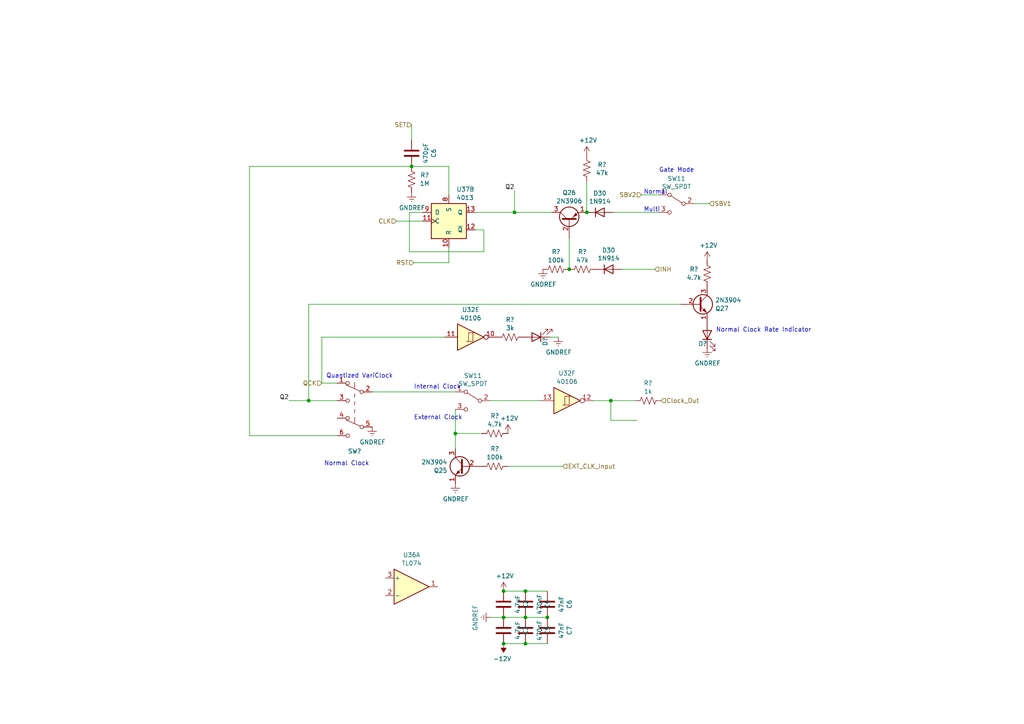
<source format=kicad_sch>
(kicad_sch (version 20230121) (generator eeschema)
  (paper "A4")
  (lib_symbols
    (symbol "4xxx:40106" (pin_names (offset 1.016))
      (property "Reference" "U" (at 0 1.27 0))
      (property "Value" "40106" (at 0 -1.27 0))
      (symbol "40106_1_0"
        (polyline (pts (xy -0.635 -1.27) (xy -0.635 1.27) (xy 0.635 1.27)))
        (polyline (pts (xy -3.81 3.81) (xy -3.81 -3.81) (xy 3.81 0) (xy -3.81 3.81)) (stroke (width 0.254)) (fill (type background)))
        (polyline (pts (xy -1.27 -1.27) (xy 0.635 -1.27) (xy 0.635 1.27) (xy 1.27 1.27)))
        (pin input line (at -7.62 0 0) (length 3.81) (name "~") (number "1"))
        (pin output inverted (at 7.62 0 180) (length 3.81) (name "~") (number "2"))
      )
      (symbol "40106_2_0"
        (polyline (pts (xy -0.635 -1.27) (xy -0.635 1.27) (xy 0.635 1.27)))
        (polyline (pts (xy -3.81 3.81) (xy -3.81 -3.81) (xy 3.81 0) (xy -3.81 3.81)) (stroke (width 0.254)) (fill (type background)))
        (polyline (pts (xy -1.27 -1.27) (xy 0.635 -1.27) (xy 0.635 1.27) (xy 1.27 1.27)))
        (pin input line (at -7.62 0 0) (length 3.81) (name "~") (number "3"))
        (pin output inverted (at 7.62 0 180) (length 3.81) (name "~") (number "4"))
      )
      (symbol "40106_3_0"
        (polyline (pts (xy -0.635 -1.27) (xy -0.635 1.27) (xy 0.635 1.27)))
        (polyline (pts (xy -3.81 3.81) (xy -3.81 -3.81) (xy 3.81 0) (xy -3.81 3.81)) (stroke (width 0.254)) (fill (type background)))
        (polyline (pts (xy -1.27 -1.27) (xy 0.635 -1.27) (xy 0.635 1.27) (xy 1.27 1.27)))
        (pin input line (at -7.62 0 0) (length 3.81) (name "~") (number "5"))
        (pin output inverted (at 7.62 0 180) (length 3.81) (name "~") (number "6"))
      )
      (symbol "40106_4_0"
        (polyline (pts (xy -0.635 -1.27) (xy -0.635 1.27) (xy 0.635 1.27)))
        (polyline (pts (xy -3.81 3.81) (xy -3.81 -3.81) (xy 3.81 0) (xy -3.81 3.81)) (stroke (width 0.254)) (fill (type background)))
        (polyline (pts (xy -1.27 -1.27) (xy 0.635 -1.27) (xy 0.635 1.27) (xy 1.27 1.27)))
        (pin output inverted (at 7.62 0 180) (length 3.81) (name "~") (number "8"))
        (pin input line (at -7.62 0 0) (length 3.81) (name "~") (number "9"))
      )
      (symbol "40106_5_0"
        (polyline (pts (xy -0.635 -1.27) (xy -0.635 1.27) (xy 0.635 1.27)))
        (polyline (pts (xy -3.81 3.81) (xy -3.81 -3.81) (xy 3.81 0) (xy -3.81 3.81)) (stroke (width 0.254)) (fill (type background)))
        (polyline (pts (xy -1.27 -1.27) (xy 0.635 -1.27) (xy 0.635 1.27) (xy 1.27 1.27)))
        (pin output inverted (at 7.62 0 180) (length 3.81) (name "~") (number "10"))
        (pin input line (at -7.62 0 0) (length 3.81) (name "~") (number "11"))
      )
      (symbol "40106_6_0"
        (polyline (pts (xy -0.635 -1.27) (xy -0.635 1.27) (xy 0.635 1.27)))
        (polyline (pts (xy -3.81 3.81) (xy -3.81 -3.81) (xy 3.81 0) (xy -3.81 3.81)) (stroke (width 0.254)) (fill (type background)))
        (polyline (pts (xy -1.27 -1.27) (xy 0.635 -1.27) (xy 0.635 1.27) (xy 1.27 1.27)))
        (pin output inverted (at 7.62 0 180) (length 3.81) (name "~") (number "12"))
        (pin input line (at -7.62 0 0) (length 3.81) (name "~") (number "13"))
      )
      (symbol "40106_7_0"
        (pin power_in line (at 0 12.7 270) (length 5.08) (name "VDD") (number "14"))
        (pin power_in line (at 0 -12.7 90) (length 5.08) (name "VSS") (number "7"))
      )
      (symbol "40106_7_1"
        (rectangle (start -5.08 7.62) (end 5.08 -7.62) (stroke (width 0.254)) (fill (type background)))
      )
    )
    (symbol "4xxx:4013" (pin_names (offset 1.016))
      (property "Reference" "U" (at -7.62 8.89 0))
      (property "Value" "4013" (at -7.62 -8.89 0))
      (symbol "4013_1_1"
        (rectangle (start -5.08 5.08) (end 5.08 -5.08) (stroke (width 0.254)) (fill (type background)))
        (pin output line (at 7.62 2.54 180) (length 2.54) (name "Q") (number "1"))
        (pin output line (at 7.62 -2.54 180) (length 2.54) (name "~{Q}") (number "2"))
        (pin input clock (at -7.62 0 0) (length 2.54) (name "C") (number "3"))
        (pin input line (at 0 -7.62 90) (length 2.54) (name "R") (number "4"))
        (pin input line (at -7.62 2.54 0) (length 2.54) (name "D") (number "5"))
        (pin input line (at 0 7.62 270) (length 2.54) (name "S") (number "6"))
      )
      (symbol "4013_2_1"
        (rectangle (start -5.08 5.08) (end 5.08 -5.08) (stroke (width 0.254)) (fill (type background)))
        (pin input line (at 0 -7.62 90) (length 2.54) (name "R") (number "10"))
        (pin input clock (at -7.62 0 0) (length 2.54) (name "C") (number "11"))
        (pin output line (at 7.62 -2.54 180) (length 2.54) (name "~{Q}") (number "12"))
        (pin output line (at 7.62 2.54 180) (length 2.54) (name "Q") (number "13"))
        (pin input line (at 0 7.62 270) (length 2.54) (name "S") (number "8"))
        (pin input line (at -7.62 2.54 0) (length 2.54) (name "D") (number "9"))
      )
      (symbol "4013_3_0"
        (pin power_in line (at 0 10.16 270) (length 2.54) (name "VDD") (number "14"))
        (pin power_in line (at 0 -10.16 90) (length 2.54) (name "VSS") (number "7"))
      )
      (symbol "4013_3_1"
        (rectangle (start -5.08 7.62) (end 5.08 -7.62) (stroke (width 0.254)) (fill (type background)))
      )
    )
    (symbol "Amplifier_Operational:TL074" (pin_names (offset 0.127))
      (property "Reference" "U" (at 0 5.08 0))
      (property "Value" "TL074" (at 0 -5.08 0))
      (symbol "TL074_1_1"
        (polyline (pts (xy -5.08 5.08) (xy 5.08 0) (xy -5.08 -5.08) (xy -5.08 5.08)) (stroke (width 0.254)) (fill (type background)))
        (pin output line (at 7.62 0 180) (length 2.54) (name "~") (number "1"))
        (pin input line (at -7.62 -2.54 0) (length 2.54) (name "-") (number "2"))
        (pin input line (at -7.62 2.54 0) (length 2.54) (name "+") (number "3"))
      )
      (symbol "TL074_2_1"
        (polyline (pts (xy -5.08 5.08) (xy 5.08 0) (xy -5.08 -5.08) (xy -5.08 5.08)) (stroke (width 0.254)) (fill (type background)))
        (pin input line (at -7.62 2.54 0) (length 2.54) (name "+") (number "5"))
        (pin input line (at -7.62 -2.54 0) (length 2.54) (name "-") (number "6"))
        (pin output line (at 7.62 0 180) (length 2.54) (name "~") (number "7"))
      )
      (symbol "TL074_3_1"
        (polyline (pts (xy -5.08 5.08) (xy 5.08 0) (xy -5.08 -5.08) (xy -5.08 5.08)) (stroke (width 0.254)) (fill (type background)))
        (pin input line (at -7.62 2.54 0) (length 2.54) (name "+") (number "10"))
        (pin output line (at 7.62 0 180) (length 2.54) (name "~") (number "8"))
        (pin input line (at -7.62 -2.54 0) (length 2.54) (name "-") (number "9"))
      )
      (symbol "TL074_4_1"
        (polyline (pts (xy -5.08 5.08) (xy 5.08 0) (xy -5.08 -5.08) (xy -5.08 5.08)) (stroke (width 0.254)) (fill (type background)))
        (pin input line (at -7.62 2.54 0) (length 2.54) (name "+") (number "12"))
        (pin input line (at -7.62 -2.54 0) (length 2.54) (name "-") (number "13"))
        (pin output line (at 7.62 0 180) (length 2.54) (name "~") (number "14"))
      )
      (symbol "TL074_5_1"
        (pin power_in line (at -2.54 -7.62 90) (length 3.81) (name "V-") (number "11"))
        (pin power_in line (at -2.54 7.62 270) (length 3.81) (name "V+") (number "4"))
      )
    )
    (symbol "Device:C" (pin_numbers hide) (pin_names (offset 0.254))
      (property "Reference" "C" (at 0.635 2.54 0))
      (property "Value" "C" (at 0.635 -2.54 0))
      (symbol "C_0_1"
        (polyline (pts (xy -2.032 -0.762) (xy 2.032 -0.762)) (stroke (width 0.508)))
        (polyline (pts (xy -2.032 0.762) (xy 2.032 0.762)) (stroke (width 0.508)))
      )
      (symbol "C_1_1"
        (pin passive line (at 0 3.81 270) (length 2.794) (name "~") (number "1"))
        (pin passive line (at 0 -3.81 90) (length 2.794) (name "~") (number "2"))
      )
    )
    (symbol "Device:LED" (pin_numbers hide) (pin_names (offset 1.016) hide)
      (property "Reference" "D" (at 0 2.54 0))
      (property "Value" "LED" (at 0 -2.54 0))
      (symbol "LED_0_1"
        (polyline (pts (xy -1.27 -1.27) (xy -1.27 1.27)) (stroke (width 0.254)))
        (polyline (pts (xy -1.27 0) (xy 1.27 0)))
        (polyline (pts (xy 1.27 -1.27) (xy 1.27 1.27) (xy -1.27 0) (xy 1.27 -1.27)) (stroke (width 0.254)))
        (polyline (pts (xy -3.048 -0.762) (xy -4.572 -2.286) (xy -3.81 -2.286) (xy -4.572 -2.286) (xy -4.572 -1.524)))
        (polyline (pts (xy -1.778 -0.762) (xy -3.302 -2.286) (xy -2.54 -2.286) (xy -3.302 -2.286) (xy -3.302 -1.524)))
      )
      (symbol "LED_1_1"
        (pin passive line (at -3.81 0 0) (length 2.54) (name "K") (number "1"))
        (pin passive line (at 3.81 0 180) (length 2.54) (name "A") (number "2"))
      )
    )
    (symbol "Device:R_US" (pin_numbers hide) (pin_names (offset 0))
      (property "Reference" "R" (at 2.54 0 90))
      (property "Value" "R_US" (at -2.54 0 90))
      (symbol "R_US_0_1"
        (polyline (pts (xy 0 -2.286) (xy 0 -2.54)))
        (polyline (pts (xy 0 2.286) (xy 0 2.54)))
        (polyline (pts (xy 0 -0.762) (xy 1.016 -1.143) (xy 0 -1.524) (xy -1.016 -1.905) (xy 0 -2.286)))
        (polyline (pts (xy 0 0.762) (xy 1.016 0.381) (xy 0 0) (xy -1.016 -0.381) (xy 0 -0.762)))
        (polyline (pts (xy 0 2.286) (xy 1.016 1.905) (xy 0 1.524) (xy -1.016 1.143) (xy 0 0.762)))
      )
      (symbol "R_US_1_1"
        (pin passive line (at 0 3.81 270) (length 1.27) (name "~") (number "1"))
        (pin passive line (at 0 -3.81 90) (length 1.27) (name "~") (number "2"))
      )
    )
    (symbol "Diode:1N914" (pin_numbers hide) (pin_names hide)
      (property "Reference" "D" (at 0 2.54 0))
      (property "Value" "1N914" (at 0 -2.54 0))
      (symbol "1N914_0_1"
        (polyline (pts (xy -1.27 1.27) (xy -1.27 -1.27)) (stroke (width 0.254)))
        (polyline (pts (xy 1.27 0) (xy -1.27 0)))
        (polyline (pts (xy 1.27 1.27) (xy 1.27 -1.27) (xy -1.27 0) (xy 1.27 1.27)) (stroke (width 0.254)))
      )
      (symbol "1N914_1_1"
        (pin passive line (at -3.81 0 0) (length 2.54) (name "K") (number "1"))
        (pin passive line (at 3.81 0 180) (length 2.54) (name "A") (number "2"))
      )
    )
    (symbol "Switch:SW_Push_DPDT" (pin_names (offset 0) hide)
      (property "Reference" "SW" (at 0 8.89 0))
      (property "Value" "SW_Push_DPDT" (at 0 -10.16 0))
      (symbol "SW_Push_DPDT_0_0"
        (circle (center -2.032 -5.08) (radius 0.508))
        (circle (center -2.032 5.08) (radius 0.508))
        (circle (center 2.032 -7.62) (radius 0.508))
        (circle (center 2.032 2.54) (radius 0.508))
      )
      (symbol "SW_Push_DPDT_0_1"
        (polyline (pts (xy -1.524 -4.826) (xy 2.54 -3.048)))
        (polyline (pts (xy -1.524 5.334) (xy 2.54 7.112)))
        (polyline (pts (xy 0 -2.286) (xy 0 -4.064)))
        (polyline (pts (xy 0 -1.016) (xy 0 0)))
        (polyline (pts (xy 0 1.27) (xy 0 2.286)))
        (polyline (pts (xy 0 3.556) (xy 0 4.572)))
        (polyline (pts (xy 0 7.874) (xy 0 6.096)))
        (circle (center 2.032 -2.54) (radius 0.508))
        (circle (center 2.032 7.62) (radius 0.508))
      )
      (symbol "SW_Push_DPDT_1_1"
        (pin passive line (at 5.08 7.62 180) (length 2.54) (name "A") (number "1"))
        (pin passive line (at -5.08 5.08 0) (length 2.54) (name "B") (number "2"))
        (pin passive line (at 5.08 2.54 180) (length 2.54) (name "C") (number "3"))
        (pin passive line (at 5.08 -2.54 180) (length 2.54) (name "A") (number "4"))
        (pin passive line (at -5.08 -5.08 0) (length 2.54) (name "B") (number "5"))
        (pin passive line (at 5.08 -7.62 180) (length 2.54) (name "C") (number "6"))
      )
    )
    (symbol "Switch:SW_SPDT" (pin_names (offset 0) hide)
      (property "Reference" "SW" (at 0 4.318 0))
      (property "Value" "SW_SPDT" (at 0 -5.08 0))
      (symbol "SW_SPDT_0_0"
        (circle (center -2.032 0) (radius 0.508))
        (circle (center 2.032 -2.54) (radius 0.508))
      )
      (symbol "SW_SPDT_0_1"
        (polyline (pts (xy -1.524 0.254) (xy 1.651 2.286)))
        (circle (center 2.032 2.54) (radius 0.508))
      )
      (symbol "SW_SPDT_1_1"
        (pin passive line (at 5.08 2.54 180) (length 2.54) (name "A") (number "1"))
        (pin passive line (at -5.08 0 0) (length 2.54) (name "B") (number "2"))
        (pin passive line (at 5.08 -2.54 180) (length 2.54) (name "C") (number "3"))
      )
    )
    (symbol "Transistor_BJT:2N3904" (pin_names (offset 0) hide)
      (property "Reference" "Q" (at 5.08 1.905 0))
      (property "Value" "2N3904" (at 5.08 0 0))
      (symbol "2N3904_0_1"
        (polyline (pts (xy 0.635 0.635) (xy 2.54 2.54)))
        (polyline (pts (xy 0.635 -0.635) (xy 2.54 -2.54) (xy 2.54 -2.54)))
        (polyline (pts (xy 0.635 1.905) (xy 0.635 -1.905) (xy 0.635 -1.905)) (stroke (width 0.508)))
        (polyline (pts (xy 1.27 -1.778) (xy 1.778 -1.27) (xy 2.286 -2.286) (xy 1.27 -1.778) (xy 1.27 -1.778)) (fill (type outline)))
        (circle (center 1.27 0) (radius 2.8194) (stroke (width 0.254)))
      )
      (symbol "2N3904_1_1"
        (pin passive line (at 2.54 -5.08 90) (length 2.54) (name "E") (number "1"))
        (pin passive line (at -5.08 0 0) (length 5.715) (name "B") (number "2"))
        (pin passive line (at 2.54 5.08 270) (length 2.54) (name "C") (number "3"))
      )
    )
    (symbol "Transistor_BJT:2N3906" (pin_names (offset 0) hide)
      (property "Reference" "Q" (at 5.08 1.905 0))
      (property "Value" "2N3906" (at 5.08 0 0))
      (symbol "2N3906_0_1"
        (polyline (pts (xy 0.635 0.635) (xy 2.54 2.54)))
        (polyline (pts (xy 0.635 -0.635) (xy 2.54 -2.54) (xy 2.54 -2.54)))
        (polyline (pts (xy 0.635 1.905) (xy 0.635 -1.905) (xy 0.635 -1.905)) (stroke (width 0.508)))
        (polyline (pts (xy 2.286 -1.778) (xy 1.778 -2.286) (xy 1.27 -1.27) (xy 2.286 -1.778) (xy 2.286 -1.778)) (fill (type outline)))
        (circle (center 1.27 0) (radius 2.8194) (stroke (width 0.254)))
      )
      (symbol "2N3906_1_1"
        (pin passive line (at 2.54 -5.08 90) (length 2.54) (name "E") (number "1"))
        (pin input line (at -5.08 0 0) (length 5.715) (name "B") (number "2"))
        (pin passive line (at 2.54 5.08 270) (length 2.54) (name "C") (number "3"))
      )
    )
    (symbol "power:+12V" (power) (pin_names (offset 0))
      (property "Value" "+12V" (at 0 3.556 0))
      (symbol "+12V_0_1"
        (polyline (pts (xy -0.762 1.27) (xy 0 2.54)))
        (polyline (pts (xy 0 0) (xy 0 2.54)))
        (polyline (pts (xy 0 2.54) (xy 0.762 1.27)))
      )
      (symbol "+12V_1_1"
        (pin power_in line (at 0 0 90) (length 0) hide (name "+12V") (number "1"))
      )
    )
    (symbol "power:-12V" (power) (pin_names (offset 0))
      (property "Value" "-12V" (at 0 3.81 0))
      (symbol "-12V_0_0"
        (pin power_in line (at 0 0 90) (length 0) hide (name "-12V") (number "1"))
      )
      (symbol "-12V_0_1"
        (polyline (pts (xy 0 0) (xy 0 1.27) (xy 0.762 1.27) (xy 0 2.54) (xy -0.762 1.27) (xy 0 1.27)) (fill (type outline)))
      )
    )
    (symbol "power:GNDREF" (power) (pin_names (offset 0))
      (property "Value" "GNDREF" (at 0 -3.81 0))
      (symbol "GNDREF_0_1"
        (polyline (pts (xy -0.635 -1.905) (xy 0.635 -1.905)))
        (polyline (pts (xy -0.127 -2.54) (xy 0.127 -2.54)))
        (polyline (pts (xy 0 -1.27) (xy 0 0)))
        (polyline (pts (xy 1.27 -1.27) (xy -1.27 -1.27)))
      )
      (symbol "GNDREF_1_1"
        (pin power_in line (at 0 0 270) (length 0) hide (name "GNDREF") (number "1"))
      )
    )
  )
  (junction (at 132.08 125.73))
  (junction (at 149.225 61.595))
  (junction (at 146.05 179.07))
  (junction (at 146.05 171.45))
  (junction (at 165.1 78.105))
  (junction (at 158.75 179.07))
  (junction (at 146.05 186.69))
  (junction (at 152.4 171.45))
  (junction (at 152.4 179.07))
  (junction (at 89.535 116.205))
  (junction (at 170.18 61.595))
  (junction (at 152.4 186.69))
  (junction (at 177.165 116.205))
  (junction (at 119.38 48.26))
  (wire (pts (xy 159.385 97.79) (xy 161.925 97.79)))
  (wire (pts (xy 114.935 64.135) (xy 122.555 64.135)))
  (wire (pts (xy 130.175 56.515) (xy 130.175 48.26)))
  (wire (pts (xy 140.335 66.675) (xy 137.795 66.675)))
  (wire (pts (xy 180.34 78.105) (xy 189.865 78.105)))
  (wire (pts (xy 97.79 116.205) (xy 89.535 116.205)))
  (wire (pts (xy 177.165 121.92) (xy 184.785 121.92)))
  (wire (pts (xy 149.225 55.245) (xy 149.225 61.595)))
  (wire (pts (xy 149.225 61.595) (xy 160.02 61.595)))
  (wire (pts (xy 152.4 179.07) (xy 158.75 179.07)))
  (wire (pts (xy 130.175 71.755) (xy 130.175 76.2)))
  (wire (pts (xy 142.24 116.205) (xy 156.845 116.205)))
  (wire (pts (xy 165.1 69.215) (xy 165.1 78.105)))
  (wire (pts (xy 152.4 186.69) (xy 158.75 186.69)))
  (wire (pts (xy 177.165 116.205) (xy 184.15 116.205)))
  (wire (pts (xy 83.82 116.205) (xy 89.535 116.205)))
  (wire (pts (xy 132.08 118.745) (xy 132.08 125.73)))
  (wire (pts (xy 137.795 61.595) (xy 149.225 61.595)))
  (wire (pts (xy 89.535 116.205) (xy 89.535 88.265)))
  (wire (pts (xy 93.345 111.125) (xy 93.345 97.79)))
  (wire (pts (xy 177.165 116.205) (xy 177.165 121.92)))
  (wire (pts (xy 120.015 76.2) (xy 130.175 76.2)))
  (wire (pts (xy 142.24 179.07) (xy 146.05 179.07)))
  (wire (pts (xy 186.055 56.515) (xy 191.135 56.515)))
  (wire (pts (xy 119.38 36.195) (xy 119.38 40.64)))
  (wire (pts (xy 172.085 116.205) (xy 177.165 116.205)))
  (wire (pts (xy 152.4 171.45) (xy 158.75 171.45)))
  (wire (pts (xy 146.05 171.45) (xy 152.4 171.45)))
  (wire (pts (xy 72.39 48.26) (xy 72.39 126.365)))
  (wire (pts (xy 132.08 125.73) (xy 139.7 125.73)))
  (wire (pts (xy 140.335 73.025) (xy 140.335 66.675)))
  (wire (pts (xy 122.555 61.595) (xy 118.745 61.595)))
  (wire (pts (xy 146.05 186.69) (xy 152.4 186.69)))
  (wire (pts (xy 93.345 97.79) (xy 128.905 97.79)))
  (wire (pts (xy 89.535 88.265) (xy 197.485 88.265)))
  (wire (pts (xy 147.32 135.255) (xy 163.195 135.255)))
  (wire (pts (xy 118.745 73.025) (xy 140.335 73.025)))
  (wire (pts (xy 170.18 52.705) (xy 170.18 61.595)))
  (wire (pts (xy 132.08 125.73) (xy 132.08 130.175)))
  (wire (pts (xy 119.38 48.26) (xy 72.39 48.26)))
  (wire (pts (xy 201.295 59.055) (xy 205.74 59.055)))
  (wire (pts (xy 130.175 48.26) (xy 119.38 48.26)))
  (wire (pts (xy 177.8 61.595) (xy 191.135 61.595)))
  (wire (pts (xy 107.95 113.665) (xy 132.08 113.665)))
  (wire (pts (xy 93.345 111.125) (xy 97.79 111.125)))
  (wire (pts (xy 146.05 179.07) (xy 152.4 179.07)))
  (wire (pts (xy 118.745 61.595) (xy 118.745 73.025)))
  (wire (pts (xy 72.39 126.365) (xy 97.79 126.365)))
  (text "Normal" (at 186.69 56.515 0) (effects (font (size 1.27 1.27)) (justify left bottom)))
  (text "Normal Clock" (at 93.98 135.255 0) (effects (font (size 1.27 1.27)) (justify left bottom)))
  (text "Quantized VariClock\n" (at 94.615 109.855 0) (effects (font (size 1.27 1.27)) (justify left bottom)))
  (text "External Clock\n" (at 120.015 121.92 0) (effects (font (size 1.27 1.27)) (justify left bottom)))
  (text "Normal Clock Rate Indicator" (at 207.645 96.52 0) (effects (font (size 1.27 1.27)) (justify left bottom)))
  (text "Multi" (at 186.69 61.595 0) (effects (font (size 1.27 1.27)) (justify left bottom)))
  (text "Gate Mode" (at 191.135 50.165 0) (effects (font (size 1.27 1.27)) (justify left bottom)))
  (text "Internal Clock\n" (at 120.015 113.03 0) (effects (font (size 1.27 1.27)) (justify left bottom)))
  (label "Q2" (at 83.82 116.205 180))
  (label "Q2" (at 149.225 55.245 180))
  (hierarchical_label "SBV2" (shape input) (at 186.055 56.515 180))
  (hierarchical_label "SET" (shape input) (at 119.38 36.195 180))
  (hierarchical_label "RST" (shape input) (at 120.015 76.2 180))
  (hierarchical_label "Clock_Out" (shape input) (at 191.77 116.205 0))
  (hierarchical_label "CLK" (shape input) (at 114.935 64.135 180))
  (hierarchical_label "INH" (shape input) (at 189.865 78.105 0))
  (hierarchical_label "SBV1" (shape input) (at 205.74 59.055 0))
  (hierarchical_label "QCK" (shape input) (at 93.345 111.125 180))
  (hierarchical_label "EXT_CLK_Input" (shape input) (at 163.195 135.255 0))
  (symbol (lib_id "Device:R_US") (at 168.91 78.105 90) (unit 1)
    (property "Reference" "R?" (at 168.91 73.025 90))
    (property "Value" "47k" (at 168.91 75.4492 90))
    (property "Footprint" "Resistor_SMD:R_0805_2012Metric" (effects hide))
    (instances (project "AnalogTestBoard2" (path "" (reference "R?") (unit 1)) (path "" (reference "R?") (unit 1)) (path "" (reference "R?") (unit 1))) (project "SynthProj" (path "" (reference "R237") (unit 1)) (path "" (reference "R334") (unit 1)) (path "" (reference "R342") (unit 1))))
  )
  (symbol (lib_id "Device:C") (at 158.75 182.88 180) (unit 1)
    (property "Reference" "C7" (at 165.1508 182.88 90))
    (property "Value" "47nF" (at 162.8394 182.88 90))
    (property "Footprint" "Capacitor_SMD:C_0805_2012Metric_Pad1.18x1.45mm_HandSolder" (effects hide))
    (instances (project "SynthProj" (path "" (reference "C7") (unit 1)) (path "" (reference "C156") (unit 1)) (path "" (reference "C176") (unit 1)) (path "" (reference "C186") (unit 1))))
  )
  (symbol (lib_id "Diode:1N914") (at 173.99 61.595 0) (unit 1)
    (property "Reference" "D30" (at 173.99 56.0832 0))
    (property "Value" "1N914" (at 173.99 58.3946 0))
    (property "Footprint" "Diode_SMD:D_SOD-323F" (effects hide))
    (property "Datasheet" "http://www.vishay.com/docs/85622/1n914.pdf" (effects hide))
    (instances (project "SynthProj" (path "" (reference "D30") (unit 1)) (path "" (reference "D?") (unit 1)) (path "" (reference "D83") (unit 1)) (path "" (reference "D92") (unit 1)) (path "" (reference "D97") (unit 1))))
  )
  (symbol (lib_id "Transistor_BJT:2N3904") (at 134.62 135.255 0) (mirror y) (unit 1)
    (property "Reference" "Q25" (at 129.7686 136.4671 0) (effects (justify left)))
    (property "Value" "2N3904" (at 129.7686 134.0429 0) (effects (justify left)))
    (property "Footprint" "Package_TO_SOT_THT:TO-92_Inline" (effects hide))
    (property "Datasheet" "https://www.onsemi.com/pub/Collateral/2N3903-D.PDF" (effects hide))
  )
  (symbol (lib_id "Diode:1N914") (at 176.53 78.105 0) (unit 1)
    (property "Reference" "D30" (at 176.53 72.5932 0))
    (property "Value" "1N914" (at 176.53 74.9046 0))
    (property "Footprint" "Diode_SMD:D_SOD-323F" (effects hide))
    (property "Datasheet" "http://www.vishay.com/docs/85622/1n914.pdf" (effects hide))
    (instances (project "SynthProj" (path "" (reference "D30") (unit 1)) (path "" (reference "D?") (unit 1)) (path "" (reference "D83") (unit 1)) (path "" (reference "D92") (unit 1)) (path "" (reference "D98") (unit 1))))
  )
  (symbol (lib_id "Device:C") (at 119.38 44.45 180) (unit 1)
    (property "Reference" "C6" (at 125.7808 44.45 90))
    (property "Value" "470pF" (at 123.4694 44.45 90))
    (property "Footprint" "Capacitor_SMD:C_0805_2012Metric_Pad1.18x1.45mm_HandSolder" (effects hide))
    (instances (project "SynthProj" (path "" (reference "C6") (unit 1)) (path "" (reference "C155") (unit 1)) (path "" (reference "C175") (unit 1)) (path "" (reference "C180") (unit 1))))
  )
  (symbol (lib_id "power:GNDREF") (at 119.38 55.88 0) (unit 1)
    (property "Reference" "#PWR017" (effects hide))
    (property "Value" "GNDREF" (at 119.507 60.2742 0))
    (instances (project "SynthProj" (path "" (reference "#PWR017") (unit 1)) (path "" (reference "#PWR0225") (unit 1)) (path "" (reference "#PWR0353") (unit 1)) (path "" (reference "#PWR0402") (unit 1))))
  )
  (symbol (lib_id "power:GNDREF") (at 132.08 140.335 0) (unit 1)
    (property "Reference" "#PWR017" (effects hide))
    (property "Value" "GNDREF" (at 132.207 144.7292 0))
    (instances (project "SynthProj" (path "" (reference "#PWR017") (unit 1)) (path "" (reference "#PWR0225") (unit 1)) (path "" (reference "#PWR0353") (unit 1)) (path "" (reference "#PWR0403") (unit 1))))
  )
  (symbol (lib_id "Transistor_BJT:2N3906") (at 165.1 64.135 90) (unit 1)
    (property "Reference" "Q26" (at 165.1 55.9013 90))
    (property "Value" "2N3906" (at 165.1 58.3255 90))
    (property "Footprint" "Package_TO_SOT_THT:TO-92_Inline" (effects hide))
    (property "Datasheet" "https://www.onsemi.com/pub/Collateral/2N3906-D.PDF" (effects hide))
  )
  (symbol (lib_id "Device:R_US") (at 187.96 116.205 90) (unit 1)
    (property "Reference" "R?" (at 187.96 111.125 90))
    (property "Value" "1k" (at 187.96 113.5492 90))
    (property "Footprint" "Resistor_SMD:R_0805_2012Metric" (effects hide))
    (instances (project "AnalogTestBoard2" (path "" (reference "R?") (unit 1)) (path "" (reference "R?") (unit 1)) (path "" (reference "R?") (unit 1))) (project "SynthProj" (path "" (reference "R237") (unit 1)) (path "" (reference "R334") (unit 1)) (path "" (reference "R344") (unit 1))))
  )
  (symbol (lib_id "Switch:SW_Push_DPDT") (at 102.87 118.745 0) (mirror y) (unit 1)
    (property "Reference" "SW?" (at 102.87 130.8903 0))
    (property "Value" "SW_Push_DPDT" (effects hide))
    (instances (project "AnalogTestBoard2" (path "" (reference "SW?") (unit 1))) (project "SynthProj" (path "" (reference "SW30") (unit 1)) (path "" (reference "SW48") (unit 1))))
  )
  (symbol (lib_id "power:GNDREF") (at 107.95 123.825 0) (unit 1)
    (property "Reference" "#PWR017" (effects hide))
    (property "Value" "GNDREF" (at 108.077 128.2192 0))
    (instances (project "SynthProj" (path "" (reference "#PWR017") (unit 1)) (path "" (reference "#PWR0225") (unit 1)) (path "" (reference "#PWR0353") (unit 1)) (path "" (reference "#PWR0401") (unit 1))))
  )
  (symbol (lib_id "Device:C") (at 146.05 175.26 180) (unit 1)
    (property "Reference" "C2" (at 152.4508 175.26 90))
    (property "Value" "4.7uF" (at 150.1394 175.26 90))
    (property "Footprint" "Capacitor_SMD:C_0805_2012Metric_Pad1.18x1.45mm_HandSolder" (effects hide))
    (instances (project "SynthProj" (path "" (reference "C2") (unit 1)) (path "" (reference "C151") (unit 1)) (path "" (reference "C171") (unit 1)) (path "" (reference "C181") (unit 1))))
  )
  (symbol (lib_id "Device:C") (at 146.05 182.88 180) (unit 1)
    (property "Reference" "C3" (at 152.4508 182.88 90))
    (property "Value" "4.7uF" (at 150.1394 182.88 90))
    (property "Footprint" "Capacitor_SMD:C_0805_2012Metric_Pad1.18x1.45mm_HandSolder" (effects hide))
    (instances (project "SynthProj" (path "" (reference "C3") (unit 1)) (path "" (reference "C152") (unit 1)) (path "" (reference "C172") (unit 1)) (path "" (reference "C182") (unit 1))))
  )
  (symbol (lib_id "Device:R_US") (at 147.955 97.79 90) (unit 1)
    (property "Reference" "R?" (at 147.955 92.71 90))
    (property "Value" "3k" (at 147.955 95.1342 90))
    (property "Footprint" "Resistor_SMD:R_0805_2012Metric" (effects hide))
    (instances (project "AnalogTestBoard2" (path "" (reference "R?") (unit 1)) (path "" (reference "R?") (unit 1)) (path "" (reference "R?") (unit 1))) (project "SynthProj" (path "" (reference "R237") (unit 1)) (path "" (reference "R334") (unit 1)) (path "" (reference "R340") (unit 1))))
  )
  (symbol (lib_id "power:+12V") (at 205.105 75.565 0) (unit 1)
    (property "Reference" "#PWR018" (effects hide))
    (property "Value" "+12V" (at 205.486 71.1708 0))
    (instances (project "SynthProj" (path "" (reference "#PWR018") (unit 1)) (path "" (reference "#PWR0226") (unit 1)) (path "" (reference "#PWR0354") (unit 1)) (path "" (reference "#PWR0411") (unit 1))))
  )
  (symbol (lib_id "Device:R_US") (at 205.105 79.375 180) (unit 1)
    (property "Reference" "R?" (at 201.295 78.105 0))
    (property "Value" "4.7k" (at 201.295 80.5292 0))
    (property "Footprint" "Resistor_SMD:R_0805_2012Metric" (effects hide))
    (instances (project "AnalogTestBoard2" (path "" (reference "R?") (unit 1)) (path "" (reference "R?") (unit 1)) (path "" (reference "R?") (unit 1))) (project "SynthProj" (path "" (reference "R237") (unit 1)) (path "" (reference "R334") (unit 1)) (path "" (reference "R345") (unit 1))))
  )
  (symbol (lib_id "Device:R_US") (at 143.51 125.73 90) (unit 1)
    (property "Reference" "R?" (at 143.51 120.65 90))
    (property "Value" "4.7k" (at 143.51 123.0742 90))
    (property "Footprint" "Resistor_SMD:R_0805_2012Metric" (effects hide))
    (instances (project "AnalogTestBoard2" (path "" (reference "R?") (unit 1)) (path "" (reference "R?") (unit 1)) (path "" (reference "R?") (unit 1))) (project "SynthProj" (path "" (reference "R237") (unit 1)) (path "" (reference "R334") (unit 1)) (path "" (reference "R338") (unit 1))))
  )
  (symbol (lib_id "Device:C") (at 158.75 175.26 180) (unit 1)
    (property "Reference" "C6" (at 165.1508 175.26 90))
    (property "Value" "47nF" (at 162.8394 175.26 90))
    (property "Footprint" "Capacitor_SMD:C_0805_2012Metric_Pad1.18x1.45mm_HandSolder" (effects hide))
    (instances (project "SynthProj" (path "" (reference "C6") (unit 1)) (path "" (reference "C155") (unit 1)) (path "" (reference "C175") (unit 1)) (path "" (reference "C185") (unit 1))))
  )
  (symbol (lib_id "Device:R_US") (at 143.51 135.255 90) (unit 1)
    (property "Reference" "R?" (at 143.51 130.175 90))
    (property "Value" "100k" (at 143.51 132.5992 90))
    (property "Footprint" "Resistor_SMD:R_0805_2012Metric" (effects hide))
    (instances (project "AnalogTestBoard2" (path "" (reference "R?") (unit 1)) (path "" (reference "R?") (unit 1)) (path "" (reference "R?") (unit 1))) (project "SynthProj" (path "" (reference "R237") (unit 1)) (path "" (reference "R334") (unit 1)) (path "" (reference "R339") (unit 1))))
  )
  (symbol (lib_id "power:+12V") (at 170.18 45.085 0) (unit 1)
    (property "Reference" "#PWR018" (effects hide))
    (property "Value" "+12V" (at 170.561 40.6908 0))
    (instances (project "SynthProj" (path "" (reference "#PWR018") (unit 1)) (path "" (reference "#PWR0226") (unit 1)) (path "" (reference "#PWR0354") (unit 1)) (path "" (reference "#PWR0410") (unit 1))))
  )
  (symbol (lib_id "Transistor_BJT:2N3904") (at 202.565 88.265 0) (unit 1)
    (property "Reference" "Q27" (at 207.4164 89.4771 0) (effects (justify left)))
    (property "Value" "2N3904" (at 207.4164 87.0529 0) (effects (justify left)))
    (property "Footprint" "Package_TO_SOT_THT:TO-92_Inline" (effects hide))
    (property "Datasheet" "https://www.onsemi.com/pub/Collateral/2N3903-D.PDF" (effects hide))
  )
  (symbol (lib_id "Device:R_US") (at 170.18 48.895 180) (unit 1)
    (property "Reference" "R?" (at 174.625 47.7408 0))
    (property "Value" "47k" (at 174.625 50.165 0))
    (property "Footprint" "Resistor_SMD:R_0805_2012Metric" (effects hide))
    (instances (project "AnalogTestBoard2" (path "" (reference "R?") (unit 1)) (path "" (reference "R?") (unit 1)) (path "" (reference "R?") (unit 1))) (project "SynthProj" (path "" (reference "R237") (unit 1)) (path "" (reference "R334") (unit 1)) (path "" (reference "R343") (unit 1))))
  )
  (symbol (lib_id "power:GNDREF") (at 161.925 97.79 0) (unit 1)
    (property "Reference" "#PWR017" (effects hide))
    (property "Value" "GNDREF" (at 162.052 102.1842 0))
    (instances (project "SynthProj" (path "" (reference "#PWR017") (unit 1)) (path "" (reference "#PWR0225") (unit 1)) (path "" (reference "#PWR0353") (unit 1)) (path "" (reference "#PWR0409") (unit 1))))
  )
  (symbol (lib_id "Switch:SW_SPDT") (at 196.215 59.055 0) (mirror y) (unit 1)
    (property "Reference" "SW11" (at 196.215 51.816 0))
    (property "Value" "SW_SPDT" (at 196.215 54.1274 0))
    (property "Footprint" "SynthProjConnectors:ST-0-102-A01-T000-LF" (effects hide))
    (instances (project "SynthProj" (path "" (reference "SW11") (unit 1)) (path "" (reference "SW50") (unit 1))))
  )
  (symbol (lib_id "4xxx:40106") (at 136.525 97.79 0) (unit 5)
    (property "Reference" "U32" (at 136.525 89.8357 0))
    (property "Value" "40106" (at 136.525 92.2599 0))
    (property "Datasheet" "https://assets.nexperia.com/documents/data-sheet/HEF40106B.pdf" (effects hide))
    (instances (project "SynthProj" (path "" (reference "U32") (unit 5)) (path "" (reference "U34") (unit 5))))
  )
  (symbol (lib_id "power:+12V") (at 146.05 171.45 0) (unit 1)
    (property "Reference" "#PWR018" (effects hide))
    (property "Value" "+12V" (at 146.431 167.0558 0))
    (instances (project "SynthProj" (path "" (reference "#PWR018") (unit 1)) (path "" (reference "#PWR0226") (unit 1)) (path "" (reference "#PWR0354") (unit 1)) (path "" (reference "#PWR0405") (unit 1))))
  )
  (symbol (lib_id "power:GNDREF") (at 205.105 100.965 0) (unit 1)
    (property "Reference" "#PWR017" (effects hide))
    (property "Value" "GNDREF" (at 205.232 105.3592 0))
    (instances (project "SynthProj" (path "" (reference "#PWR017") (unit 1)) (path "" (reference "#PWR0225") (unit 1)) (path "" (reference "#PWR0353") (unit 1)) (path "" (reference "#PWR0412") (unit 1))))
  )
  (symbol (lib_id "Device:R_US") (at 119.38 52.07 0) (unit 1)
    (property "Reference" "R?" (at 123.19 50.8 0))
    (property "Value" "1M" (at 123.19 53.2242 0))
    (property "Footprint" "Resistor_SMD:R_0805_2012Metric" (effects hide))
    (instances (project "AnalogTestBoard2" (path "" (reference "R?") (unit 1)) (path "" (reference "R?") (unit 1)) (path "" (reference "R?") (unit 1))) (project "SynthProj" (path "" (reference "R237") (unit 1)) (path "" (reference "R334") (unit 1)) (path "" (reference "R337") (unit 1))))
  )
  (symbol (lib_id "4xxx:4013") (at 130.175 64.135 0) (unit 2)
    (property "Reference" "U37" (at 132.3691 54.9107 0) (effects (justify left)))
    (property "Value" "4013" (at 132.3691 57.3349 0) (effects (justify left)))
    (property "Datasheet" "http://www.onsemi.com/pub/Collateral/MC14013B-D.PDF" (effects hide))
    (instances (project "SynthProj" (path "" (reference "U37") (unit 2)) (path "" (reference "U33") (unit 2))))
  )
  (symbol (lib_id "Device:C") (at 152.4 182.88 180) (unit 1)
    (property "Reference" "C5" (at 158.8008 182.88 90))
    (property "Value" "470nF" (at 156.4894 182.88 90))
    (property "Footprint" "Capacitor_SMD:C_0805_2012Metric_Pad1.18x1.45mm_HandSolder" (effects hide))
    (instances (project "SynthProj" (path "" (reference "C5") (unit 1)) (path "" (reference "C154") (unit 1)) (path "" (reference "C174") (unit 1)) (path "" (reference "C184") (unit 1))))
  )
  (symbol (lib_id "4xxx:40106") (at 164.465 116.205 0) (unit 6)
    (property "Reference" "U32" (at 164.465 108.2507 0))
    (property "Value" "40106" (at 164.465 110.6749 0))
    (property "Datasheet" "https://assets.nexperia.com/documents/data-sheet/HEF40106B.pdf" (effects hide))
    (instances (project "SynthProj" (path "" (reference "U32") (unit 6)) (path "" (reference "U34") (unit 6))))
  )
  (symbol (lib_id "power:+12V") (at 147.32 125.73 0) (unit 1)
    (property "Reference" "#PWR018" (effects hide))
    (property "Value" "+12V" (at 147.701 121.3358 0))
    (instances (project "SynthProj" (path "" (reference "#PWR018") (unit 1)) (path "" (reference "#PWR0226") (unit 1)) (path "" (reference "#PWR0354") (unit 1)) (path "" (reference "#PWR0407") (unit 1))))
  )
  (symbol (lib_id "Amplifier_Operational:TL074") (at 119.38 170.18 0) (unit 1)
    (property "Reference" "U36" (at 119.38 160.9557 0))
    (property "Value" "TL074" (at 119.38 163.3799 0))
    (property "Datasheet" "http://www.ti.com/lit/ds/symlink/tl071.pdf" (effects hide))
  )
  (symbol (lib_id "Device:LED") (at 155.575 97.79 180) (unit 1)
    (property "Reference" "D?" (at 158.115 97.79 90) (effects (justify left)))
    (property "Value" "LED" (effects hide))
    (property "Footprint" "LED_SMD:LED_0805_2012Metric" (effects hide))
    (instances (project "AnalogTestBoard2" (path "" (reference "D?") (unit 1))) (project "SynthProj" (path "" (reference "D50") (unit 1)) (path "" (reference "D87") (unit 1)) (path "" (reference "D96") (unit 1))))
  )
  (symbol (lib_id "power:-12V") (at 146.05 186.69 180) (unit 1)
    (property "Reference" "#PWR019" (effects hide))
    (property "Value" "-12V" (at 145.669 191.0842 0))
    (instances (project "SynthProj" (path "" (reference "#PWR019") (unit 1)) (path "" (reference "#PWR0227") (unit 1)) (path "" (reference "#PWR0355") (unit 1)) (path "" (reference "#PWR0406") (unit 1))))
  )
  (symbol (lib_id "Device:R_US") (at 161.29 78.105 90) (unit 1)
    (property "Reference" "R?" (at 161.29 73.025 90))
    (property "Value" "100k" (at 161.29 75.4492 90))
    (property "Footprint" "Resistor_SMD:R_0805_2012Metric" (effects hide))
    (instances (project "AnalogTestBoard2" (path "" (reference "R?") (unit 1)) (path "" (reference "R?") (unit 1)) (path "" (reference "R?") (unit 1))) (project "SynthProj" (path "" (reference "R237") (unit 1)) (path "" (reference "R334") (unit 1)) (path "" (reference "R341") (unit 1))))
  )
  (symbol (lib_id "Switch:SW_SPDT") (at 137.16 116.205 0) (mirror y) (unit 1)
    (property "Reference" "SW11" (at 137.16 108.966 0))
    (property "Value" "SW_SPDT" (at 137.16 111.2774 0))
    (property "Footprint" "SynthProjConnectors:ST-0-102-A01-T000-LF" (effects hide))
    (instances (project "SynthProj" (path "" (reference "SW11") (unit 1)) (path "" (reference "SW49") (unit 1))))
  )
  (symbol (lib_id "power:GNDREF") (at 142.24 179.07 270) (unit 1)
    (property "Reference" "#PWR017" (effects hide))
    (property "Value" "GNDREF" (at 137.8458 179.197 0))
    (instances (project "SynthProj" (path "" (reference "#PWR017") (unit 1)) (path "" (reference "#PWR0225") (unit 1)) (path "" (reference "#PWR0353") (unit 1)) (path "" (reference "#PWR0404") (unit 1))))
  )
  (symbol (lib_id "power:GNDREF") (at 157.48 78.105 0) (unit 1)
    (property "Reference" "#PWR017" (effects hide))
    (property "Value" "GNDREF" (at 157.607 82.4992 0))
    (instances (project "SynthProj" (path "" (reference "#PWR017") (unit 1)) (path "" (reference "#PWR0225") (unit 1)) (path "" (reference "#PWR0353") (unit 1)) (path "" (reference "#PWR0408") (unit 1))))
  )
  (symbol (lib_id "Device:C") (at 152.4 175.26 180) (unit 1)
    (property "Reference" "C4" (at 158.75 175.26 90))
    (property "Value" "470nF" (at 156.4894 175.26 90))
    (property "Footprint" "Capacitor_SMD:C_0805_2012Metric_Pad1.18x1.45mm_HandSolder" (effects hide))
    (instances (project "SynthProj" (path "" (reference "C4") (unit 1)) (path "" (reference "C153") (unit 1)) (path "" (reference "C173") (unit 1)) (path "" (reference "C183") (unit 1))))
  )
  (symbol (lib_id "Device:LED") (at 205.105 97.155 90) (unit 1)
    (property "Reference" "D?" (at 205.105 99.695 90) (effects (justify left)))
    (property "Value" "LED" (effects hide))
    (property "Footprint" "LED_SMD:LED_0805_2012Metric" (effects hide))
    (instances (project "AnalogTestBoard2" (path "" (reference "D?") (unit 1))) (project "SynthProj" (path "" (reference "D50") (unit 1)) (path "" (reference "D87") (unit 1)) (path "" (reference "D99") (unit 1))))
  )
)
</source>
